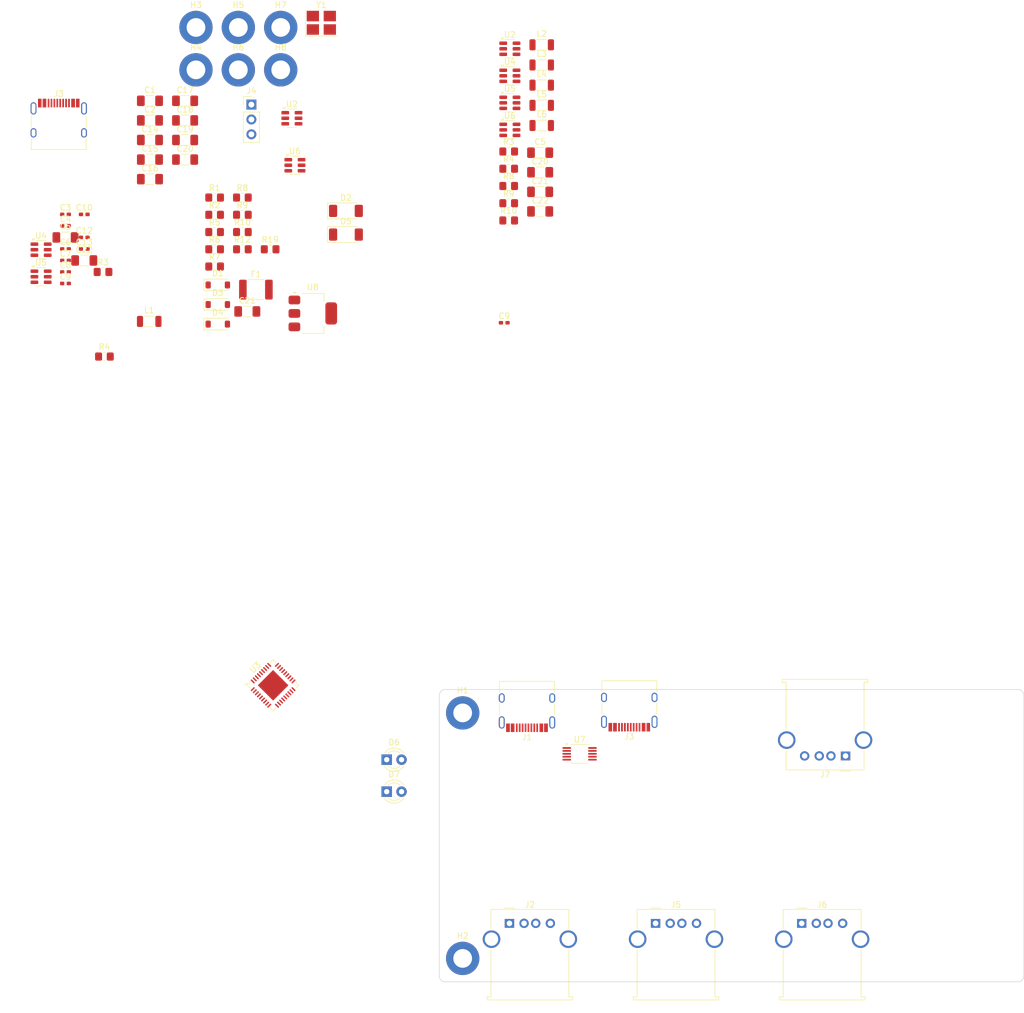
<source format=kicad_pcb>
(kicad_pcb (version 20241229) (generator "pcbnew") (generator_version "9.0")
  (layers (0 "F.Cu" signal) (4 "In1.Cu" signal) (6 "In2.Cu" signal) (2 "B.Cu" signal) (13 "F.Paste" user) (15 "B.Paste" user) (5 "F.SilkS" user "F.Silkscreen") (7 "B.SilkS" user "B.Silkscreen") (1 "F.Mask" user) (3 "B.Mask" user) (25 "Edge.Cuts" user))
  (net 0 "")
  (net 1 "GND")
  (net 2 "+3V3")
  (net 3 "VBUS")
  (net 4 "GNDPWR")
  (net 5 "D1+")
  (net 6 "D1-")
  (net 7 "D2+")
  (net 8 "D2-")
  (net 9 "Net-(U3-XTALIN{slash}CLKIN)")
  (net 10 "Net-(U3-XTALOUT)")
  (net 11 "Net-(J1-CC1)")
  (net 13 "Net-(J1-CC2)")
  (net 15 "Net-(U3-RBIAS)")
  (net 16 "Net-(U3-SUSP_IND{slash}LOCAL_PWR{slash}NON_REM0)")
  (net 17 "Net-(U3-HS_IND{slash}CFG_SEL1)")
  (net 25 "D4+")
  (net 26 "D4-")
  (net 27 "D3+")
  (net 28 "D3-")
  (net 35 "DUP+")
  (net 36 "DUP-")
  (net 37 "+5V")
  (net 38 "DUP1+")
  (net 39 "DUP1-")
  (net 40 "Net-(D2-A)")
  (net 41 "Net-(J1-SHIELD)")
  (net 42 "Net-(J2-D-)")
  (net 43 "Net-(J2-GND)")
  (net 44 "Net-(J2-D+)")
  (net 45 "Net-(J3-SHIELD)")
  (net 46 "DUP2+")
  (net 48 "DUP2-")
  (net 49 "Net-(J3-CC2)")
  (net 51 "Net-(J3-CC1)")
  (net 52 "Net-(D5-A)")
  (net 53 "Net-(J5-D-)")
  (net 54 "Net-(J5-GND)")
  (net 55 "Net-(J5-D+)")
  (net 56 "Net-(J6-D+)")
  (net 57 "Net-(J6-D-)")
  (net 58 "Net-(J6-GND)")
  (net 59 "Net-(J7-GND)")
  (net 60 "Net-(J7-D+)")
  (net 61 "Net-(J7-D-)")
  (net 62 "SELECT")
  (net 63 "Net-(D6-A)")
  (net 64 "Net-(D7-A)")
  (footprint "Resistor_SMD:R_0805_2012Metric_Pad1.20x1.40mm_HandSolder" (layer "F.Cu") (at -38.44 -72.365)
    (property "Reference" "R7" (at 0 -1.65 0) (layer "F.SilkS"))
    (property "Value" "56k")
    (pad "1" smd roundrect (at -1 0) (size 1.2 1.4) (layers "F.Cu" "F.Mask" "F.Paste") (roundrect_rratio 0.208333) (net 1 "GND"))
    (pad "2" smd roundrect (at 1 0) (size 1.2 1.4) (layers "F.Cu" "F.Mask" "F.Paste") (roundrect_rratio 0.208333) (net 17 "Net-(U3-HS_IND{slash}CFG_SEL1)"))
  )
  (footprint "Capacitor_SMD:C_0402_1005Metric_Pad0.74x0.62mm_HandSolder" (layer "F.Cu") (at -63.95 -71.435)
    (property "Reference" "C8" (at 0 -1.16 0) (layer "F.SilkS"))
    (property "Value" "100nF")
    (pad "1" smd roundrect (at -0.5675 0) (size 0.735 0.62) (layers "F.Cu" "F.Mask" "F.Paste") (net 2 "+3V3"))
    (pad "2" smd roundrect (at 0.5675 0) (size 0.735 0.62) (layers "F.Cu" "F.Mask" "F.Paste") (net 1 "GND"))
  )
  (footprint "Inductor_SMD:L_1206_3216Metric" (layer "F.Cu") (at 17.52 -103.395)
    (property "Reference" "L4" (at 0 -1.9 0) (layer "F.SilkS"))
    (property "Value" "60R@100MHz")
    (pad "1" smd roundrect (at -1.575 0) (size 1.05 1.9) (layers "F.Cu" "F.Mask" "F.Paste") (roundrect_rratio 0.238095) (net 54 "Net-(J5-GND)"))
    (pad "2" smd roundrect (at 1.575 0) (size 1.05 1.9) (layers "F.Cu" "F.Mask" "F.Paste") (roundrect_rratio 0.238095) (net 1 "GND"))
  )
  (footprint "Package_TO_SOT_SMD:SOT-23-6" (layer "F.Cu") (at -24.7 -89.695)
    (property "Reference" "U6" (at 0 -2.4 0) (layer "F.SilkS"))
    (property "Value" "USBLC6-2SC6")
    (pad "1" smd roundrect (at -1.1375 -0.95) (size 1.325 0.6) (layers "F.Cu" "F.Mask" "F.Paste") (net 60 "Net-(J7-D+)"))
    (pad "2" smd roundrect (at -1.1375 0) (size 1.325 0.6) (layers "F.Cu" "F.Mask" "F.Paste") (net 1 "GND"))
    (pad "3" smd roundrect (at -1.1375 0.95) (size 1.325 0.6) (layers "F.Cu" "F.Mask" "F.Paste") (net 61 "Net-(J7-D-)"))
    (pad "4" smd roundrect (at 1.1375 0.95) (size 1.325 0.6) (layers "F.Cu" "F.Mask" "F.Paste") (net 26 "D4-"))
    (pad "5" smd roundrect (at 1.1375 0) (size 1.325 0.6) (layers "F.Cu" "F.Mask" "F.Paste") (net 37 "+5V"))
    (pad "6" smd roundrect (at 1.1375 -0.95) (size 1.325 0.6) (layers "F.Cu" "F.Mask" "F.Paste") (net 25 "D4+"))
  )
  (footprint "Capacitor_SMD:C_1206_3216Metric_Pad1.33x1.80mm_HandSolder" (layer "F.Cu") (at -32.85 -64.685)
    (property "Reference" "C21" (at 0 -1.85 0) (layer "F.SilkS"))
    (property "Value" "10uF")
    (pad "1" smd roundrect (at -1.5625 0) (size 1.325 1.8) (layers "F.Cu" "F.Mask" "F.Paste") (roundrect_rratio 0.188679) (net 37 "+5V"))
    (pad "2" smd roundrect (at 1.5625 0) (size 1.325 1.8) (layers "F.Cu" "F.Mask" "F.Paste") (roundrect_rratio 0.188679) (net 1 "GND"))
  )
  (footprint "Resistor_SMD:R_0805_2012Metric_Pad1.20x1.40mm_HandSolder" (layer "F.Cu") (at 11.87 -86.145)
    (property "Reference" "R8" (at 0 -1.65 0) (layer "F.SilkS"))
    (property "Value" "12k")
    (pad "1" smd roundrect (at -1 0) (size 1.2 1.4) (layers "F.Cu" "F.Mask" "F.Paste") (roundrect_rratio 0.208333) (net 1 "GND"))
    (pad "2" smd roundrect (at 1 0) (size 1.2 1.4) (layers "F.Cu" "F.Mask" "F.Paste") (roundrect_rratio 0.208333) (net 62 "SELECT"))
  )
  (footprint "Capacitor_SMD:C_1206_3216Metric_Pad1.33x1.80mm_HandSolder" (layer "F.Cu") (at -43.49 -90.665)
    (property "Reference" "C20" (at 0 -1.85 0) (layer "F.SilkS"))
    (property "Value" "10uF")
    (pad "1" smd roundrect (at -1.5625 0) (size 1.325 1.8) (layers "F.Cu" "F.Mask" "F.Paste") (roundrect_rratio 0.188679) (net 37 "+5V"))
    (pad "2" smd roundrect (at 1.5625 0) (size 1.325 1.8) (layers "F.Cu" "F.Mask" "F.Paste") (roundrect_rratio 0.188679) (net 1 "GND"))
  )
  (footprint "MountingHole:MountingHole_3.2mm_M3_ISO7380_Pad" (layer "F.Cu") (at -41.63 -106.015)
    (property "Reference" "H4" (at 0 -3.85 0) (layer "F.SilkS"))
    (property "Value" "MountingHole_Pad")
    (pad "1" thru_hole circle (at 0 0) (size 5.7 5.7) (drill 3.2) (layers "*.Cu" "*.Mask") (net 4 "GNDPWR"))
  )
  (footprint "Capacitor_SMD:C_0402_1005Metric_Pad0.74x0.62mm_HandSolder" (layer "F.Cu") (at -63.95 -81.285)
    (property "Reference" "C3" (at 0 -1.16 0) (layer "F.SilkS"))
    (property "Value" "18pF")
    (pad "1" smd roundrect (at -0.5675 0) (size 0.735 0.62) (layers "F.Cu" "F.Mask" "F.Paste") (net 1 "GND"))
    (pad "2" smd roundrect (at 0.5675 0) (size 0.735 0.62) (layers "F.Cu" "F.Mask" "F.Paste") (net 9 "Net-(U3-XTALIN{slash}CLKIN)"))
  )
  (footprint "Diode_SMD:D_SOD-123" (layer "F.Cu") (at -37.895 -65.865)
    (property "Reference" "D3" (at 0 -2 0) (layer "F.SilkS"))
    (property "Value" "RB060M-60TR")
    (pad "1" smd roundrect (at -1.65 0) (size 0.9 1.2) (layers "F.Cu" "F.Mask" "F.Paste") (net 37 "+5V"))
    (pad "2" smd roundrect (at 1.65 0) (size 0.9 1.2) (layers "F.Cu" "F.Mask" "F.Paste") (net 1 "GND"))
  )
  (footprint "Diode_SMD:D_SOD-128" (layer "F.Cu") (at -15.971792 -77.835)
    (property "Reference" "D5" (at 0 -2.25 0) (layer "F.SilkS"))
    (property "Value" "D_Schottky")
    (pad "1" smd roundrect (at -2.2 0) (size 1.4 2.1) (layers "F.Cu" "F.Mask" "F.Paste") (roundrect_rratio 0.1785714286) (net 3 "VBUS"))
    (pad "2" smd roundrect (at 2.2 0) (size 1.4 2.1) (layers "F.Cu" "F.Mask" "F.Paste") (roundrect_rratio 0.1785714286) (net 52 "Net-(D5-A)"))
  )
  (footprint "MountingHole:MountingHole_3.2mm_M3_ISO7380_Pad" (layer "F.Cu") (at 4 4)
    (property "Reference" "H1" (at 0 -3.85 0) (layer "F.SilkS"))
    (property "Value" "MountingHole_Pad")
    (pad "1" thru_hole circle (at 0 0) (size 5.7 5.7) (drill 3.2) (layers "*.Cu" "*.Mask") (net 4 "GNDPWR"))
  )
  (footprint "Connector_USB:USB_A_Molex_67643_Horizontal" (layer "F.Cu") (at 69.5 11.36 180)
    (property "Reference" "J7" (at 3.5 -3.19 0) (layer "F.SilkS"))
    (property "Value" "USB_A")
    (pad "1" thru_hole rect (at 0 0 180) (size 1.6 1.5) (drill 0.95) (layers "*.Cu" "*.Mask") (net 37 "+5V"))
    (pad "2" thru_hole circle (at 2.5 0 180) (size 1.6 1.6) (drill 0.95) (layers "*.Cu" "*.Mask") (net 61 "Net-(J7-D-)"))
    (pad "3" thru_hole circle (at 4.5 0 180) (size 1.6 1.6) (drill 0.95) (layers "*.Cu" "*.Mask") (net 60 "Net-(J7-D+)"))
    (pad "4" thru_hole circle (at 7 0 180) (size 1.6 1.6) (drill 0.95) (layers "*.Cu" "*.Mask") (net 59 "Net-(J7-GND)"))
    (pad "5" thru_hole circle (at -3.07 2.71 180) (size 3 3) (drill 2.3) (layers "*.Cu" "*.Mask") (net 1 "GND"))
    (pad "5" thru_hole circle (at 10.07 2.71 180) (size 3 3) (drill 2.3) (layers "*.Cu" "*.Mask") (net 1 "GND"))
  )
  (footprint "Capacitor_SMD:C_1206_3216Metric_Pad1.33x1.80mm_HandSolder" (layer "F.Cu") (at 17.25 -81.795)
    (property "Reference" "C22" (at 0 -1.85 0) (layer "F.SilkS"))
    (property "Value" "10uF")
    (pad "1" smd roundrect (at -1.5625 0) (size 1.325 1.8) (layers "F.Cu" "F.Mask" "F.Paste") (roundrect_rratio 0.188679) (net 37 "+5V"))
    (pad "2" smd roundrect (at 1.5625 0) (size 1.325 1.8) (layers "F.Cu" "F.Mask" "F.Paste") (roundrect_rratio 0.188679) (net 1 "GND"))
  )
  (footprint "Capacitor_SMD:C_0402_1005Metric_Pad0.74x0.62mm_HandSolder" (layer "F.Cu") (at -60.74 -81.285)
    (property "Reference" "C10" (at 0 -1.16 0) (layer "F.SilkS"))
    (property "Value" "100nF")
    (pad "1" smd roundrect (at -0.5675 0) (size 0.735 0.62) (layers "F.Cu" "F.Mask" "F.Paste") (net 2 "+3V3"))
    (pad "2" smd roundrect (at 0.5675 0) (size 0.735 0.62) (layers "F.Cu" "F.Mask" "F.Paste") (net 1 "GND"))
  )
  (footprint "Capacitor_SMD:C_1206_3216Metric_Pad1.33x1.80mm_HandSolder" (layer "F.Cu") (at -63.95 -77.345)
    (property "Reference" "C5" (at 0 -1.85 0) (layer "F.SilkS"))
    (property "Value" "10uF")
    (pad "1" smd roundrect (at -1.5625 0) (size 1.325 1.8) (layers "F.Cu" "F.Mask" "F.Paste") (roundrect_rratio 0.188679) (net 2 "+3V3"))
    (pad "2" smd roundrect (at 1.5625 0) (size 1.325 1.8) (layers "F.Cu" "F.Mask" "F.Paste") (roundrect_rratio 0.188679) (net 1 "GND"))
  )
  (footprint "Package_TO_SOT_SMD:SOT-23-6" (layer "F.Cu") (at 12.07 -109.62)
    (property "Reference" "U2" (at 0 -2.4 0) (layer "F.SilkS"))
    (property "Value" "USBLC6-2SC6")
    (pad "1" smd roundrect (at -1.1375 -0.95) (size 1.325 0.6) (layers "F.Cu" "F.Mask" "F.Paste") (net 44 "Net-(J2-D+)"))
    (pad "2" smd roundrect (at -1.1375 0) (size 1.325 0.6) (layers "F.Cu" "F.Mask" "F.Paste") (net 1 "GND"))
    (pad "3" smd roundrect (at -1.1375 0.95) (size 1.325 0.6) (layers "F.Cu" "F.Mask" "F.Paste") (net 42 "Net-(J2-D-)"))
    (pad "4" smd roundrect (at 1.1375 0.95) (size 1.325 0.6) (layers "F.Cu" "F.Mask" "F.Paste") (net 6 "D1-"))
    (pad "5" smd roundrect (at 1.1375 0) (size 1.325 0.6) (layers "F.Cu" "F.Mask" "F.Paste") (net 37 "+5V"))
    (pad "6" smd roundrect (at 1.1375 -0.95) (size 1.325 0.6) (layers "F.Cu" "F.Mask" "F.Paste") (net 5 "D1+"))
  )
  (footprint "Connector_USB:USB_C_Receptacle_HRO_TYPE-C-31-M-12" (layer "F.Cu") (at 32.5 2.4 180)
    (property "Reference" "J3" (at 0 -5.645 0) (layer "F.SilkS"))
    (property "Value" "USB_C_Receptacle_USB2.0")
    (pad "" np_thru_hole circle (at -2.89 -2.6 180) (size 0.65 0.65) (drill 0.65) (layers "*.Cu" "*.Mask"))
    (pad "" np_thru_hole circle (at 2.89 -2.6 180) (size 0.65 0.65) (drill 0.65) (layers "*.Cu" "*.Mask"))
    (pad "A1" smd rect (at -3.25 -4.045 180) (size 0.6 1.45) (layers "F.Cu" "F.Mask" "F.Paste") (net 1 "GND"))
    (pad "A4" smd rect (at -2.45 -4.045 180) (size 0.6 1.45) (layers "F.Cu" "F.Mask" "F.Paste") (net 52 "Net-(D5-A)"))
    (pad "A5" smd rect (at -1.25 -4.045 180) (size 0.3 1.45) (layers "F.Cu" "F.Mask" "F.Paste") (net 51 "Net-(J3-CC1)"))
    (pad "A6" smd rect (at -0.25 -4.045 180) (size 0.3 1.45) (layers "F.Cu" "F.Mask" "F.Paste") (net 46 "DUP2+"))
    (pad "A7" smd rect (at 0.25 -4.045 180) (size 0.3 1.45) (layers "F.Cu" "F.Mask" "F.Paste") (net 48 "DUP2-"))
    (pad "A8" smd rect (at 1.25 -4.045 180) (size 0.3 1.45) (layers "F.Cu" "F.Mask" "F.Paste"))
    (pad "A9" smd rect (at 2.45 -4.045 180) (size 0.6 1.45) (layers "F.Cu" "F.Mask" "F.Paste") (net 52 "Net-(D5-A)"))
    (pad "A12" smd rect (at 3.25 -4.045 180) (size 0.6 1.45) (layers "F.Cu" "F.Mask" "F.Paste") (net 1 "GND"))
    (pad "B1" smd rect (at 3.25 -4.045 180) (size 0.6 1.45) (layers "F.Cu" "F.Mask" "F.Paste") (net 1 "GND"))
    (pad "B4" smd rect (at 2.45 -4.045 180) (size 0.6 1.45) (layers "F.Cu" "F.Mask" "F.Paste") (net 52 "Net-(D5-A)"))
    (pad "B5" smd rect (at 1.75 -4.045 180) (size 0.3 1.45) (layers "F.Cu" "F.Mask" "F.Paste") (net 49 "Net-(J3-CC2)"))
    (pad "B6" smd rect (at 0.75 -4.045 180) (size 0.3 1.45) (layers "F.Cu" "F.Mask" "F.Paste") (net 46 "DUP2+"))
    (pad "B7" smd rect (at -0.75 -4.045 180) (size 0.3 1.45) (layers "F.Cu" "F.Mask" "F.Paste") (net 48 "DUP2-"))
    (pad "B8" smd rect (at -1.75 -4.045 180) (size 0.3 1.45) (layers "F.Cu" "F.Mask" "F.Paste"))
    (pad "B9" smd rect (at -2.45 -4.045 180) (size 0.6 1.45) (layers "F.Cu" "F.Mask" "F.Paste") (net 52 "Net-(D5-A)"))
    (pad "B12" smd rect (at -3.25 -4.045 180) (size 0.6 1.45) (layers "F.Cu" "F.Mask" "F.Paste") (net 1 "GND"))
    (pad "S1" thru_hole oval (at -4.32 -3.13 180) (size 1 2.1) (drill oval 0.6 1.7) (property pad_prop_heatsink) (layers "*.Cu" "*.Mask") (net 45 "Net-(J3-SHIELD)"))
    (pad "S1" thru_hole oval (at -4.32 1.05 180) (size 1 1.6) (drill oval 0.6 1.2) (property pad_prop_heatsink) (layers "*.Cu" "*.Mask") (net 45 "Net-(J3-SHIELD)"))
    (pad "S1" thru_hole oval (at 4.32 -3.13 180) (size 1 2.1) (drill oval 0.6 1.7) (property pad_prop_heatsink) (layers "*.Cu" "*.Mask") (net 45 "Net-(J3-SHIELD)"))
    (pad "S1" thru_hole oval (at 4.32 1.05 180) (size 1 1.6) (drill oval 0.6 1.2) (property pad_prop_heatsink) (layers "*.Cu" "*.Mask") (net 45 "Net-(J3-SHIELD)"))
  )
  (footprint "Capacitor_SMD:C_1206_3216Metric_Pad1.33x1.80mm_HandSolder" (layer "F.Cu") (at -49.5 -100.715)
    (property "Reference" "C1" (at 0 -1.85 0) (layer "F.SilkS"))
    (property "Value" "10uF")
    (pad "1" smd roundrect (at -1.5625 0) (size 1.325 1.8) (layers "F.Cu" "F.Mask" "F.Paste") (roundrect_rratio 0.188679) (net 2 "+3V3"))
    (pad "2" smd roundrect (at 1.5625 0) (size 1.325 1.8) (layers "F.Cu" "F.Mask" "F.Paste") (roundrect_rratio 0.188679) (net 1 "GND"))
  )
  (footprint "Crystal:Crystal_SMD_3225-4Pin_3.2x2.5mm_HandSoldering" (layer "F.Cu") (at -20.18 -114.065)
    (property "Reference" "Y1" (at 0 -3.05 0) (layer "F.SilkS"))
    (property "Value" "24MHz")
    (pad "1" smd rect (at -1.45 1.15) (size 2.1 1.8) (layers "F.Cu" "F.Mask" "F.Paste") (net 9 "Net-(U3-XTALIN{slash}CLKIN)"))
    (pad "2" smd rect (at 1.45 1.15) (size 2.1 1.8) (layers "F.Cu" "F.Mask" "F.Paste") (net 1 "GND"))
    (pad "3" smd rect (at 1.45 -1.15) (size 2.1 1.8) (layers "F.Cu" "F.Mask" "F.Paste") (net 10 "Net-(U3-XTALOUT)"))
    (pad "4" smd rect (at -1.45 -1.15) (size 2.1 1.8) (layers "F.Cu" "F.Mask" "F.Paste") (net 1 "GND"))
  )
  (footprint "Inductor_SMD:L_1206_3216Metric" (layer "F.Cu") (at 17.52 -110.295)
    (property "Reference" "L2" (at 0 -1.9 0) (layer "F.SilkS"))
    (property "Value" "60R@100MHz")
    (pad "1" smd roundrect (at -1.575 0) (size 1.05 1.9) (layers "F.Cu" "F.Mask" "F.Paste") (roundrect_rratio 0.238095) (net 43 "Net-(J2-GND)"))
    (pad "2" smd roundrect (at 1.575 0) (size 1.05 1.9) (layers "F.Cu" "F.Mask" "F.Paste") (roundrect_rratio 0.238095) (net 1 "GND"))
  )
  (footprint "Resistor_SMD:R_0805_2012Metric_Pad1.20x1.40mm_HandSolder" (layer "F.Cu") (at -38.44 -75.315)
    (property "Reference" "R6" (at 0 -1.65 0) (layer "F.SilkS"))
    (property "Value" "56k")
    (pad "1" smd roundrect (at -1 0) (size 1.2 1.4) (layers "F.Cu" "F.Mask" "F.Paste") (roundrect_rratio 0.208333) (net 1 "GND"))
    (pad "2" smd roundrect (at 1 0) (size 1.2 1.4) (layers "F.Cu" "F.Mask" "F.Paste") (roundrect_rratio 0.208333) (net 16 "Net-(U3-SUSP_IND{slash}LOCAL_PWR{slash}NON_REM0)"))
  )
  (footprint "MountingHole:MountingHole_3.2mm_M3_ISO7380_Pad" (layer "F.Cu") (at -27.13 -106.015)
    (property "Reference" "H8" (at 0 -3.85 0) (layer "F.SilkS"))
    (property "Value" "MountingHole_Pad")
    (pad "1" thru_hole circle (at 0 0) (size 5.7 5.7) (drill 3.2) (layers "*.Cu" "*.Mask") (net 4 "GNDPWR"))
  )
  (footprint "Resistor_SMD:R_0805_2012Metric_Pad1.20x1.40mm_HandSolder" (layer "F.Cu") (at 11.87 -80.245)
    (property "Reference" "R10" (at 0 -1.65 0) (layer "F.SilkS"))
    (property "Value" "12k")
    (pad "1" smd roundrect (at -1 0) (size 1.2 1.4) (layers "F.Cu" "F.Mask" "F.Paste") (roundrect_rratio 0.208333) (net 64 "Net-(D7-A)"))
    (pad "2" smd roundrect (at 1 0) (size 1.2 1.4) (layers "F.Cu" "F.Mask" "F.Paste") (roundrect_rratio 0.208333) (net 2 "+3V3"))
  )
  (footprint "MountingHole:MountingHole_3.2mm_M3_ISO7380_Pad" (layer "F.Cu") (at -34.38 -113.265)
    (property "Reference" "H5" (at 0 -3.85 0) (layer "F.SilkS"))
    (property "Value" "MountingHole_Pad")
    (pad "1" thru_hole circle (at 0 0) (size 5.7 5.7) (drill 3.2) (layers "*.Cu" "*.Mask") (net 4 "GNDPWR"))
  )
  (footprint "Resistor_SMD:R_0805_2012Metric_Pad1.20x1.40mm_HandSolder" (layer "F.Cu") (at 11.87 -92.045)
    (property "Reference" "R3" (at 0 -1.65 0) (layer "F.SilkS"))
    (property "Value" "5.1k")
    (pad "1" smd roundrect (at -1 0) (size 1.2 1.4) (layers "F.Cu" "F.Mask" "F.Paste") (roundrect_rratio 0.208333) (net 51 "Net-(J3-CC1)"))
    (pad "2" smd roundrect (at 1 0) (size 1.2 1.4) (layers "F.Cu" "F.Mask" "F.Paste") (roundrect_rratio 0.208333) (net 1 "GND"))
  )
  (footprint "Diode_SMD:D_SOD-123" (layer "F.Cu") (at -37.895 -62.515)
    (property "Reference" "D4" (at 0 -2 0) (layer "F.SilkS"))
    (property "Value" "RB060M-60TR")
    (pad "1" smd roundrect (at -1.65 0) (size 0.9 1.2) (layers "F.Cu" "F.Mask" "F.Paste") (net 37 "+5V"))
    (pad "2" smd roundrect (at 1.65 0) (size 0.9 1.2) (layers "F.Cu" "F.Mask" "F.Paste") (net 2 "+3V3"))
  )
  (footprint "Package_TO_SOT_SMD:SOT-23-6" (layer "F.Cu") (at 12.07 -100.37)
    (property "Reference" "U5" (at 0 -2.4 0) (layer "F.SilkS"))
    (property "Value" "USBLC6-2SC6")
    (pad "1" smd roundrect (at -1.1375 -0.95) (size 1.325 0.6) (layers "F.Cu" "F.Mask" "F.Paste") (net 56 "Net-(J6-D+)"))
    (pad "2" smd roundrect (at -1.1375 0) (size 1.325 0.6) (layers "F.Cu" "F.Mask" "F.Paste") (net 1 "GND"))
    (pad "3" smd roundrect (at -1.1375 0.95) (size 1.325 0.6) (layers "F.Cu" "F.Mask" "F.Paste") (net 57 "Net-(J6-D-)"))
    (pad "4" smd roundrect (at 1.1375 0.95) (size 1.325 0.6) (layers "F.Cu" "F.Mask" "F.Paste") (net 28 "D3-"))
    (pad "5" smd roundrect (at 1.1375 0) (size 1.325 0.6) (layers "F.Cu" "F.Mask" "F.Paste") (net 37 "+5V"))
    (pad "6" smd roundrect (at 1.1375 -0.95) (size 1.325 0.6) (layers "F.Cu" "F.Mask" "F.Paste") (net 27 "D3+"))
  )
  (footprint "Package_TO_SOT_SMD:SOT-23-6" (layer "F.Cu") (at -25.22 -97.735)
    (property "Reference" "U2" (at 0 -2.4 0) (layer "F.SilkS"))
    (property "Value" "USBLC6-2SC6")
    (pad "1" smd roundrect (at -1.1375 -0.95) (size 1.325 0.6) (layers "F.Cu" "F.Mask" "F.Paste") (net 44 "Net-(J2-D+)"))
    (pad "2" smd roundrect (at -1.1375 0) (size 1.325 0.6) (layers "F.Cu" "F.Mask" "F.Paste") (net 1 "GND"))
    (pad "3" smd roundrect (at -1.1375 0.95) (size 1.325 0.6) (layers "F.Cu" "F.Mask" "F.Paste") (net 42 "Net-(J2-D-)"))
    (pad "4" smd roundrect (at 1.1375 0.95) (size 1.325 0.6) (layers "F.Cu" "F.Mask" "F.Paste") (net 6 "D1-"))
    (pad "5" smd roundrect (at 1.1375 0) (size 1.325 0.6) (layers "F.Cu" "F.Mask" "F.Paste") (net 37 "+5V"))
    (pad "6" smd roundrect (at 1.1375 -0.95) (size 1.325 0.6) (layers "F.Cu" "F.Mask" "F.Paste") (net 5 "D1+"))
  )
  (footprint "Connector_USB:USB_C_Receptacle_HRO_TYPE-C-31-M-12" (layer "F.Cu") (at 15 2.5 180)
    (property "Reference" "J1" (at 0 -5.645 0) (layer "F.SilkS"))
    (property "Value" "USB_C_Receptacle_USB2.0")
    (pad "" np_thru_hole circle (at -2.89 -2.6 180) (size 0.65 0.65) (drill 0.65) (layers "*.Cu" "*.Mask"))
    (pad "" np_thru_hole circle (at 2.89 -2.6 180) (size 0.65 0.65) (drill 0.65) (layers "*.Cu" "*.Mask"))
    (pad "A1" smd rect (at -3.25 -4.045 180) (size 0.6 1.45) (layers "F.Cu" "F.Mask" "F.Paste") (net 1 "GND"))
    (pad "A4" smd rect (at -2.45 -4.045 180) (size 0.6 1.45) (layers "F.Cu" "F.Mask" "F.Paste") (net 40 "Net-(D2-A)"))
    (pad "A5" smd rect (at -1.25 -4.045 180) (size 0.3 1.45) (layers "F.Cu" "F.Mask" "F.Paste") (net 11 "Net-(J1-CC1)"))
    (pad "A6" smd rect (at -0.25 -4.045 180) (size 0.3 1.45) (layers "F.Cu" "F.Mask" "F.Paste") (net 38 "DUP1+"))
    (pad "A7" smd rect (at 0.25 -4.045 180) (size 0.3 1.45) (layers "F.Cu" "F.Mask" "F.Paste") (net 39 "DUP1-"))
    (pad "A8" smd rect (at 1.25 -4.045 180) (size 0.3 1.45) (layers "F.Cu" "F.Mask" "F.Paste"))
    (pad "A9" smd rect (at 2.45 -4.045 180) (size 0.6 1.45) (layers "F.Cu" "F.Mask" "F.Paste") (net 40 "Net-(D2-A)"))
    (pad "A12" smd rect (at 3.25 -4.045 180) (size 0.6 1.45) (layers "F.Cu" "F.Mask" "F.Paste") (net 1 "GND"))
    (pad "B1" smd rect (at 3.25 -4.045 180) (size 0.6 1.45) (layers "F.Cu" "F.Mask" "F.Paste") (net 1 "GND"))
    (pad "B4" smd rect (at 2.45 -4.045 180) (size 0.6 1.45) (layers "F.Cu" "F.Mask" "F.Paste") (net 40 "Net-(D2-A)"))
    (pad "B5" smd rect (at 1.75 -4.045 180) (size 0.3 1.45) (layers "F.Cu" "F.Mask" "F.Paste") (net 13 "Net-(J1-CC2)"))
    (pad "B6" smd rect (at 0.75 -4.045 180) (size 0.3 1.45) (layers "F.Cu" "F.Mask" "F.Paste") (net 38 "DUP1+"))
    (pad "B7" smd rect (at -0.75 -4.045 180) (size 0.3 1.45) (layers "F.Cu" "F.Mask" "F.Paste") (net 39 "DUP1-"))
    (pad "B8" smd rect (at -1.75 -4.045 180) (size 0.3 1.45) (layers "F.Cu" "F.Mask" "F.Paste"))
    (pad "B9" smd rect (at -2.45 -4.045 180) (size 0.6 1.45) (layers "F.Cu" "F.Mask" "F.Paste") (net 40 "Net-(D2-A)"))
    (pad "B12" smd rect (at -3.25 -4.045 180) (size 0.6 1.45) (layers "F.Cu" "F.Mask" "F.Paste") (net 1 "GND"))
    (pad "S1" thru_hole oval (at -4.32 -3.13 180) (size 1 2.1) (drill oval 0.6 1.7) (layers "*.Cu" "*.Mask") (net 41 "Net-(J1-SHIELD)"))
    (pad "S1" thru_hole oval (at -4.32 1.05 180) (size 1 1.6) (drill oval 0.6 1.2) (layers "*.Cu" "*.Mask") (net 41 "Net-(J1-SHIELD)"))
    (pad "S1" thru_hole oval (at 4.32 -3.13 180) (size 1 2.1) (drill oval 0.6 1.7) (layers "*.Cu" "*.Mask") (net 41 "Net-(J1-SHIELD)"))
    (pad "S1" thru_hole oval (at 4.32 1.05 180) (size 1 1.6) (drill oval 0.6 1.2) (layers "*.Cu" "*.Mask") (net 41 "Net-(J1-SHIELD)"))
  )
  (footprint "Capacitor_SMD:C_1206_3216Metric_Pad1.33x1.80mm_HandSolder" (layer "F.Cu") (at 17.25 -91.845)
    (property "Reference" "C5" (at 0 -1.85 0) (layer "F.SilkS"))
    (property "Value" "10uF")
    (pad "1" smd roundrect (at -1.5625 0) (size 1.325 1.8) (layers "F.Cu" "F.Mask" "F.Paste") (roundrect_rratio 0.188679) (net 2 "+3V3"))
    (pad "2" smd roundrect (at 1.5625 0) (size 1.325 1.8) (layers "F.Cu" "F.Mask" "F.Paste") (roundrect_rratio 0.188679) (net 1 "GND"))
  )
  (footprint "Capacitor_SMD:C_1206_3216Metric_Pad1.33x1.80mm_HandSolder" (layer "F.Cu") (at -49.5 -90.665)
    (property "Reference" "C15" (at 0 -1.85 0) (layer "F.SilkS"))
    (property "Value" "10uF")
    (pad "1" smd roundrect (at -1.5625 0) (size 1.325 1.8) (layers "F.Cu" "F.Mask" "F.Paste") (roundrect_rratio 0.188679) (net 2 "+3V3"))
    (pad "2" smd roundrect (at 1.5625 0) (size 1.325 1.8) (layers "F.Cu" "F.Mask" "F.Paste") (roundrect_rratio 0.188679) (net 1 "GND"))
  )
  (footprint "Package_TO_SOT_SMD:SOT-23-6" (layer "F.Cu") (at 12.07 -104.995)
    (property "Reference" "U4" (at 0 -2.4 0) (layer "F.SilkS"))
    (property "Value" "USBLC6-2SC6")
    (pad "1" smd roundrect (at -1.1375 -0.95) (size 1.325 0.6) (layers "F.Cu" "F.Mask" "F.Paste") (net 55 "Net-(J5-D+)"))
    (pad "2" smd roundrect (at -1.1375 0) (size 1.325 0.6) (layers "F.Cu" "F.Mask" "F.Paste") (net 1 "GND"))
    (pad "3" smd roundrect (at -1.1375 0.95) (size 1.325 0.6) (layers "F.Cu" "F.Mask" "F.Paste") (net 53 "Net-(J5-D-)"))
    (pad "4" smd roundrect (at 1.1375 0.95) (size 1.325 0.6) (layers "F.Cu" "F.Mask" "F.Paste") (net 8 "D2-"))
    (pad "5" smd roundrect (at 1.1375 0) (size 1.325 0.6) (layers "F.Cu" "F.Mask" "F.Paste") (net 37 "+5V"))
    (pad "6" smd roundrect (at 1.1375 -0.95) (size 1.325 0.6) (layers "F.Cu" "F.Mask" "F.Paste") (net 7 "D2+"))
  )
  (footprint "Capacitor_SMD:C_1206_3216Metric_Pad1.33x1.80mm_HandSolder" (layer "F.Cu") (at -60.74 -73.405)
    (property "Reference" "C22" (at 0 -1.85 0) (layer "F.SilkS"))
    (property "Value" "10uF")
    (pad "1" smd roundrect (at -1.5625 0) (size 1.325 1.8) (layers "F.Cu" "F.Mask" "F.Paste") (roundrect_rratio 0.188679) (net 37 "+5V"))
    (pad "2" smd roundrect (at 1.5625 0) (size 1.325 1.8) (layers "F.Cu" "F.Mask" "F.Paste") (roundrect_rratio 0.188679) (net 1 "GND"))
  )
  (footprint "Capacitor_SMD:C_0402_1005Metric_Pad0.74x0.62mm_HandSolder" (layer "F.Cu") (at -60.74 -75.375)
    (property "Reference" "C13" (at 0 -1.16 0) (layer "F.SilkS"))
    (property "Value" "100nF")
    (pad "1" smd roundrect (at -0.5675 0) (size 0.735 0.62) (layers "F.Cu" "F.Mask" "F.Paste") (net 2 "+3V3"))
    (pad "2" smd roundrect (at 0.5675 0) (size 0.735 0.62) (layers "F.Cu" "F.Mask" "F.Paste") (net 1 "GND"))
  )
  (footprint "Resistor_SMD:R_0805_2012Metric_Pad1.20x1.40mm_HandSolder" (layer "F.Cu") (at -33.69 -75.315)
    (property "Reference" "R12" (at 0 -1.65 0) (layer "F.SilkS"))
    (property "Value" "100k")
    (pad "1" smd roundrect (at -1 0) (size 1.2 1.4) (layers "F.Cu" "F.Mask" "F.Paste") (roundrect_rratio 0.208333) (net 1 "GND"))
    (pad "2" smd roundrect (at 1 0) (size 1.2 1.4) (layers "F.Cu" "F.Mask" "F.Paste") (roundrect_rratio 0.208333) (net 37 "+5V"))
  )
  (footprint "Capacitor_SMD:C_0402_1005Metric_Pad0.74x0.62mm_HandSolder" (layer "F.Cu") (at -63.95 -75.375)
    (property "Reference" "C6" (at 0 -1.16 0) (layer "F.SilkS"))
    (property "Value" "100nF")
    (pad "1" smd roundrect (at -0.5675 0) (size 0.735 0.62) (layers "F.Cu" "F.Mask" "F.Paste") (net 2 "+3V3"))
    (pad "2" smd roundrect (at 0.5675 0) (size 0.735 0.62) (layers "F.Cu" "F.Mask" "F.Paste") (net 1 "GND"))
  )
  (footprint "Resistor_SMD:R_0805_2012Metric_Pad1.20x1.40mm_HandSolder" (layer "F.Cu") (at -57.53 -71.435)
    (property "Reference" "R3" (at 0 -1.65 0) (layer "F.SilkS"))
    (property "Value" "5.1k")
    (pad "1" smd roundrect (at -1 0) (size 1.2 1.4) (layers "F.Cu" "F.Mask" "F.Paste") (roundrect_rratio 0.208333) (net 51 "Net-(J3-CC1)"))
    (pad "2" smd roundrect (at 1 0) (size 1.2 1.4) (layers "F.Cu" "F.Mask" "F.Paste") (roundrect_rratio 0.208333) (net 1 "GND"))
  )
  (footprint "Capacitor_SMD:C_0402_1005Metric_Pad0.74x0.62mm_HandSolder" (layer "F.Cu") (at -63.95 -73.405)
    (property "Reference" "C7" (at 0 -1.16 0) (layer "F.SilkS"))
    (property "Value" "100nF")
    (pad "1" smd roundrect (at -0.5675 0) (size 0.735 0.62) (layers "F.Cu" "F.Mask" "F.Paste") (net 2 "+3V3"))
    (pad "2" smd roundrect (at 0.5675 0) (size 0.735 0.62) (layers "F.Cu" "F.Mask" "F.Paste") (net 1 "GND"))
  )
  (footprint "Diode_SMD:D_SOD-128" (layer "F.Cu") (at -15.971792 -81.885)
    (property "Reference" "D2" (at 0 -2.25 0) (layer "F.SilkS"))
    (property "Value" "D_Schottky")
    (pad "1" smd roundrect (at -2.2 0) (size 1.4 2.1) (layers "F.Cu" "F.Mask" "F.Paste") (roundrect_rratio 0.1785714286) (net 3 "VBUS"))
    (pad "2" smd roundrect (at 2.2 0) (size 1.4 2.1) (layers "F.Cu" "F.Mask" "F.Paste") (roundrect_rratio 0.1785714286) (net 40 "Net-(D2-A)"))
  )
  (footprint "MountingHole:MountingHole_3.2mm_M3_ISO7380_Pad" (layer "F.Cu") (at -34.38 -106.015)
    (property "Reference" "H6" (at 0 -3.85 0) (layer "F.SilkS"))
    (property "Value" "MountingHole_Pad")
    (pad "1" thru_hole circle (at 0 0) (size 5.7 5.7) (drill 3.2) (layers "*.Cu" "*.Mask") (net 4 "GNDPWR"))
  )
  (footprint "Capacitor_SMD:C_0402_1005Metric_Pad0.74x0.62mm_HandSolder" (layer "F.Cu") (at -63.95 -79.315)
    (property "Reference" "C4" (at 0 -1.16 0) (layer "F.SilkS"))
    (property "Value" "18pF")
    (pad "1" smd roundrect (at -0.5675 0) (size 0.735 0.62) (layers "F.Cu" "F.Mask" "F.Paste") (net 1 "GND"))
    (pad "2" smd roundrect (at 0.5675 0) (size 0.735 0.62) (layers "F.Cu" "F.Mask" "F.Paste") (net 10 "Net-(U3-XTALOUT)"))
  )
  (footprint "Capacitor_SMD:C_1206_3216Metric_Pad1.33x1.80mm_HandSolder" (layer "F.Cu") (at 17.25 -88.495)
    (property "Reference" "C20" (at 0 -1.85 0) (layer "F.SilkS"))
    (property "Value" "10uF")
    (pad "1" smd roundrect (at -1.5625 0) (size 1.325 1.8) (layers "F.Cu" "F.Mask" "F.Paste") (roundrect_rratio 0.188679) (net 37 "+5V"))
    (pad "2" smd roundrect (at 1.5625 0) (size 1.325 1.8) (layers "F.Cu" "F.Mask" "F.Paste") (roundrect_rratio 0.188679) (net 1 "GND"))
  )
  (footprint "Package_DFN_QFN:QFN-36-1EP_6x6mm_P0.5mm_EP3.7x3.7mm" (layer "F.Cu") (at -28.43068 -0.723573 45)
    (property "Reference" "U3" (at 0 -4.3 45) (layer "F.SilkS"))
    (property "Value" "USB2514B_Bi")
    (pad "1" smd roundrect (at -2.9375 -2 45) (size 0.825 0.25) (layers "F.Cu" "F.Mask" "F.Paste") (net 6 "D1-"))
    (pad "2" smd roundrect (at -2.9375 -1.5 45) (size 0.825 0.25) (layers "F.Cu" "F.Mask" "F.Paste") (net 5 "D1+"))
    (pad "3" smd roundrect (at -2.9375 -1 45) (size 0.825 0.25) (layers "F.Cu" "F.Mask" "F.Paste") (net 8 "D2-"))
    (pad "4" smd roundrect (at -2.9375 -0.5 45) (size 0.825 0.25) (layers "F.Cu" "F.Mask" "F.Paste") (net 7 "D2+"))
    (pad "5" smd roundrect (at -2.9375 0 45) (size 0.825 0.25) (layers "F.Cu" "F.Mask" "F.Paste") (net 2 "+3V3"))
    (pad "6" smd roundrect (at -2.9375 0.5 45) (size 0.825 0.25) (layers "F.Cu" "F.Mask" "F.Paste") (net 28 "D3-"))
    (pad "7" smd roundrect (at -2.9375 1 45) (size 0.825 0.25) (layers "F.Cu" "F.Mask" "F.Paste") (net 27 "D3+"))
    (pad "8" smd roundrect (at -2.9375 1.5 45) (size 0.825 0.25) (layers "F.Cu" "F.Mask" "F.Paste") (net 26 "D4-"))
    (pad "9" smd roundrect (at -2.9375 2 45) (size 0.825 0.25) (layers "F.Cu" "F.Mask" "F.Paste") (net 25 "D4+"))
    (pad "10" smd roundrect (at -2 2.9375 45) (size 0.25 0.825) (layers "F.Cu" "F.Mask" "F.Paste") (net 2 "+3V3"))
    (pad "11" smd roundrect (at -1.5 2.9375 45) (size 0.25 0.825) (layers "F.Cu" "F.Mask" "F.Paste"))
    (pad "12" smd roundrect (at -1 2.9375 45) (size 0.25 0.825) (layers "F.Cu" "F.Mask" "F.Paste"))
    (pad "13" smd roundrect (at -0.5 2.9375 45) (size 0.25 0.825) (layers "F.Cu" "F.Mask" "F.Paste"))
    (pad "14" smd roundrect (at 0 2.9375 45) (size 0.25 0.825) (layers "F.Cu" "F.Mask" "F.Paste"))
    (pad "15" smd roundrect (at 0.5 2.9375 45) (size 0.25 0.825) (layers "F.Cu" "F.Mask" "F.Paste") (net 2 "+3V3"))
    (pad "16" smd roundrect (at 1 2.9375 45) (size 0.25 0.825) (layers "F.Cu" "F.Mask" "F.Paste"))
    (pad "17" smd roundrect (at 1.5 2.9375 45) (size 0.25 0.825) (layers "F.Cu" "F.Mask" "F.Paste"))
    (pad "18" smd roundrect (at 2 2.9375 45) (size 0.25 0.825) (layers "F.Cu" "F.Mask" "F.Paste"))
    (pad "19" smd roundrect (at 2.9375 2 45) (size 0.825 0.25) (layers "F.Cu" "F.Mask" "F.Paste"))
    (pad "20" smd roundrect (at 2.9375 1.5 45) (size 0.825 0.25) (layers "F.Cu" "F.Mask" "F.Paste"))
    (pad "21" smd roundrect (at 2.9375 1 45) (size 0.825 0.25) (layers "F.Cu" "F.Mask" "F.Paste"))
    (pad "22" smd roundrect (at 2.9375 0.5 45) (size 0.825 0.25) (layers "F.Cu" "F.Mask" "F.Paste"))
    (pad "23" smd roundrect (at 2.9375 0 45) (size 0.825 0.25) (layers "F.Cu" "F.Mask" "F.Paste") (net 2 "+3V3"))
    (pad "24" smd roundrect (at 2.9375 -0.5 45) (size 0.825 0.25) (layers "F.Cu" "F.Mask" "F.Paste"))
    (pad "25" smd roundrect (at 2.9375 -1 45) (size 0.825 0.25) (layers "F.Cu" "F.Mask" "F.Paste") (net 17 "Net-(U3-HS_IND{slash}CFG_SEL1)"))
    (pad "26" smd roundrect (at 2.9375 -1.5 45) (size 0.825 0.25) (layers "F.Cu" "F.Mask" "F.Paste") (net 2 "+3V3"))
    (pad "27" smd roundrect (at 2.9375 -2 45) (size 0.825 0.25) (layers "F.Cu" "F.Mask" "F.Paste") (net 2 "+3V3"))
    (pad "28" smd roundrect (at 2 -2.9375 45) (size 0.25 0.825) (layers "F.Cu" "F.Mask" "F.Paste") (net 16 "Net-(U3-SUSP_IND{slash}LOCAL_PWR{slash}NON_REM0)"))
    (pad "29" smd roundrect (at 1.5 -2.9375 45) (size 0.25 0.825) (layers "F.Cu" "F.Mask" "F.Paste") (net 2 "+3V3"))
    (pad "30" smd roundrect (at 1 -2.9375 45) (size 0.25 0.825) (layers "F.Cu" "F.Mask" "F.Paste") (net 36 "DUP-"))
    (pad "31" smd roundrect (at 0.5 -2.9375 45) (size 0.25 0.825) (layers "F.Cu" "F.Mask" "F.Paste") (net 35 "DUP+"))
    (pad "32" smd roundrect (at 0 -2.9375 45) (size 0.25 0.825) (layers "F.Cu" "F.Mask" "F.Paste") (net 10 "Net-(U3-XTALOUT)"))
    (pad "33" smd roundrect (at -0.5 -2.9375 45) (size 0.25 0.825) (layers "F.Cu" "F.Mask" "F.Paste") (net 9 "Net-(U3-XTALIN{slash}CLKIN)"))
    (pad "34" smd roundrect (at -1 -2.9375 45) (size 0.25 0.825) (layers "F.Cu" "F.Mask" "F.Paste"))
    (pad "35" smd roundrect (at -1.5 -2.9375 45) (size 0.25 0.825) (layers "F.Cu" "F.Mask" "F.Paste") (net 15 "Net-(U3-RBIAS)"))
    (pad "36" smd roundrect (at -2 -2.9375 45) (size 0.25 0.825) (layers "F.Cu" "F.Mask" "F.Paste") (net 2 "+3V3"))
    (pad "37" smd rect (at 0 0 45) (size 3.7 3.7) (property pad_prop_heatsink) (layers "F.Cu" "F.Mask") (net 1 "GND"))
  )
  (footprint "Package_TO_SOT_SMD:SOT-23-6" (layer "F.Cu") (at -68.13 -70.62)
    (property "Reference" "U5" (at 0 -2.4 0) (layer "F.SilkS"))
    (property "Value" "USBLC6-2SC6")
    (pad "1" smd roundrect (at -1.1375 -0.95) (size 1.325 0.6) (layers "F.Cu" "F.Mask" "F.Paste") (net 56 "Net-(J6-D+)"))
    (pad "2" smd roundrect (at -1.1375 0) (size 1.325 0.6) (layers "F.Cu" "F.Mask" "F.Paste") (net 1 "GND"))
    (pad "3" smd roundrect (at -1.1375 0.95) (size 1.325 0.6) (layers "F.Cu" "F.Mask" "F.Paste") (net 57 "Net-(J6-D-)"))
    (pad "4" smd roundrect (at 1.1375 0.95) (size 1.325 0.6) (layers "F.Cu" "F.Mask" "F.Paste") (net 28 "D3-"))
    (pad "5" smd roundrect (at 1.1375 0) (size 1.325 0.6) (layers "F.Cu" "F.Mask" "F.Paste") (net 37 "+5V"))
    (pad "6" smd roundrect (at 1.1375 -0.95) (size 1.325 0.6) (layers "F.Cu" "F.Mask" "F.Paste") (net 27 "D3+"))
  )
  (footprint "Resistor_SMD:R_0805_2012Metric_Pad1.20x1.40mm_HandSolder" (layer "F.Cu") (at -33.69 -81.215)
    (property "Reference" "R9" (at 0 -1.65 0) (layer "F.SilkS"))
    (property "Value" "12k")
    (pad "1" smd roundrect (at -1 0) (size 1.2 1.4) (layers "F.Cu" "F.Mask" "F.Paste") (roundrect_rratio 0.208333) (net 63 "Net-(D6-A)"))
    (pad "2" smd roundrect (at 1 0) (size 1.2 1.4) (layers "F.Cu" "F.Mask" "F.Paste") (roundrect_rratio 0.208333) (net 62 "SELECT"))
  )
  (footprint "Package_TO_SOT_SMD:SOT-23-6" (layer "F.Cu") (at -68.13 -75.245)
    (property "Reference" "U4" (at 0 -2.4 0) (layer "F.SilkS"))
    (property "Value" "USBLC6-2SC6")
    (pad "1" smd roundrect (at -1.1375 -0.95) (size 1.325 0.6) (layers "F.Cu" "F.Mask" "F.Paste") (net 55 "Net-(J5-D+)"))
    (pad "2" smd roundrect (at -1.1375 0) (size 1.325 0.6) (layers "F.Cu" "F.Mask" "F.Paste") (net 1 "GND"))
    (pad "3" smd roundrect (at -1.1375 0.95) (size 1.325 0.6) (layers "F.Cu" "F.Mask" "F.Paste") (net 53 "Net-(J5-D-)"))
    (pad "4" smd roundrect (at 1.1375 0.95) (size 1.325 0.6) (layers "F.Cu" "F.Mask" "F.Paste") (net 8 "D2-"))
    (pad "5" smd roundrect (at 1.1375 0) (size 1.325 0.6) (layers "F.Cu" "F.Mask" "F.Paste") (net 37 "+5V"))
    (pad "6" smd roundrect (at 1.1375 -0.95) (size 1.325 0.6) (layers "F.Cu" "F.Mask" "F.Paste") (net 7 "D2+"))
  )
  (footprint "Package_TO_SOT_SMD:SOT-223-3_TabPin2" (layer "F.Cu") (at -21.64 -64.34)
    (property "Reference" "U8" (at 0 -4.5 0) (layer "F.SilkS"))
    (property "Value" "TLV1117-33")
    (pad "1" smd roundrect (at -3.15 -2.3) (size 2 1.5) (layers "F.Cu" "F.Mask" "F.Paste") (net 1 "GND"))
    (pad "2" smd roundrect (at -3.15 0) (size 2 1.5) (layers "F.Cu" "F.Mask" "F.Paste") (net 2 "+3V3"))
    (pad "2" smd roundrect (at 3.15 0) (size 2 3.8) (layers "F.Cu" "F.Mask" "F.Paste") (net 2 "+3V3"))
    (pad "3" smd roundrect (at -3.15 2.3) (size 2 1.5) (layers "F.Cu" "F.Mask" "F.Paste") (net 37 "+5V"))
  )
  (footprint "Capacitor_SMD:C_1206_3216Metric_Pad1.33x1.80mm_HandSolder" (layer "F.Cu") (at -49.5 -87.315)
    (property "Reference" "C16" (at 0 -1.85 0) (layer "F.SilkS"))
    (property "Value" "10uF")
    (pad "1" smd roundrect (at -1.5625 0) (size 1.325 1.8) (layers "F.Cu" "F.Mask" "F.Paste") (roundrect_rratio 0.188679) (net 2 "+3V3"))
    (pad "2" smd roundrect (at 1.5625 0) (size 1.325 1.8) (layers "F.Cu" "F.Mask" "F.Paste") (roundrect_rratio 0.188679) (net 1 "GND"))
  )
  (footprint "Resistor_SMD:R_0805_2012Metric_Pad1.20x1.40mm_HandSolder" (layer "F.Cu") (at -28.94 -75.315)
    (property "Reference" "R19" (at 0 -1.65 0) (layer "F.SilkS"))
    (property "Value" "1M")
    (pad "1" smd roundrect (at -1 0) (size 1.2 1.4) (layers "F.Cu" "F.Mask" "F.Paste") (roundrect_rratio 0.208333) (net 9 "Net-(U3-XTALIN{slash}CLKIN)"))
    (pad "2" smd roundrect (at 1 0) (size 1.2 1.4) (layers "F.Cu" "F.Mask" "F.Paste") (roundrect_rratio 0.208333) (net 10 "Net-(U3-XTALOUT)"))
  )
  (footprint "Connector_USB:USB_A_Molex_67643_Horizontal" (layer "F.Cu") (at 12 40)
    (property "Reference" "J2" (at 3.5 -3.19 0) (layer "F.SilkS"))
    (property "Value" "USB_A")
    (pad "1" thru_hole rect (at 0 0) (size 1.6 1.5) (drill 0.95) (layers "*.Cu" "*.Mask") (net 37 "+5V"))
    (pad "2" thru_hole circle (at 2.5 0) (size 1.6 1.6) (drill 0.95) (layers "*.Cu" "*.Mask") (net 42 "Net-(J2-D-)"))
    (pad "3" thru_hole circle (at 4.5 0) (size 1.6 1.6) (drill 0.95) (layers "*.Cu" "*.Mask") (net 44 "Net-(J2-D+)"))
    (pad "4" thru_hole circle (at 7 0) (size 1.6 1.6) (drill 0.95) (layers "*.Cu" "*.Mask") (net 43 "Net-(J2-GND)"))
    (pad "5" thru_hole circle (at -3.07 2.71) (size 3 3) (drill 2.3) (layers "*.Cu" "*.Mask") (net 1 "GND"))
    (pad "5" thru_hole circle (at 10.07 2.71) (size 3 3) (drill 2.3) (layers "*.Cu" "*.Mask") (net 1 "GND"))
  )
  (footprint "Inductor_SMD:L_1206_3216Metric" (layer "F.Cu") (at 17.52 -106.845)
    (property "Reference" "L3" (at 0 -1.9 0) (layer "F.SilkS"))
    (property "Value" "60R@100MHz")
    (pad "1" smd roundrect (at -1.575 0) (size 1.05 1.9) (layers "F.Cu" "F.Mask" "F.Paste") (roundrect_rratio 0.238095) (net 1 "GND"))
    (pad "2" smd roundrect (at 1.575 0) (size 1.05 1.9) (layers "F.Cu" "F.Mask" "F.Paste") (roundrect_rratio 0.238095) (net 45 "Net-(J3-SHIELD)"))
  )
  (footprint "Resistor_SMD:R_0805_2012Metric_Pad1.20x1.40mm_HandSolder" (layer "F.Cu") (at -38.44 -84.165)
    (property "Reference" "R1" (at 0 -1.65 0) (layer "F.SilkS"))
    (property "Value" "5.1k")
    (pad "1" smd roundrect (at -1 0) (size 1.2 1.4) (layers "F.Cu" "F.Mask" "F.Paste") (roundrect_rratio 0.208333) (net 11 "Net-(J1-CC1)"))
    (pad "2" smd roundrect (at 1 0) (size 1.2 1.4) (layers "F.Cu" "F.Mask" "F.Paste") (roundrect_rratio 0.208333) (net 1 "GND"))
  )
  (footprint "Capacitor_SMD:C_1206_3216Metric_Pad1.33x1.80mm_HandSolder" (layer "F.Cu") (at -43.49 -94.015)
    (property "Reference" "C19" (at 0 -1.85 0) (layer "F.SilkS"))
    (property "Value" "10uF")
    (pad "1" smd roundrect (at -1.5625 0) (size 1.325 1.8) (layers "F.Cu" "F.Mask" "F.Paste") (roundrect_rratio 0.188679) (net 37 "+5V"))
    (pad "2" smd roundrect (at 1.5625 0) (size 1.325 1.8) (layers "F.Cu" "F.Mask" "F.Paste") (roundrect_rratio 0.188679) (net 1 "GND"))
  )
  (footprint "Diode_SMD:D_SOD-123" (layer "F.Cu") (at -37.895 -69.215)
    (property "Reference" "D1" (at 0 -2 0) (layer "F.SilkS"))
    (property "Value" "SMF9.0CA")
    (pad "1" smd roundrect (at -1.65 0) (size 0.9 1.2) (layers "F.Cu" "F.Mask" "F.Paste") (net 4 "GNDPWR"))
    (pad "2" smd roundrect (at 1.65 0) (size 0.9 1.2) (layers "F.Cu" "F.Mask" "F.Paste") (net 37 "+5V"))
  )
  (footprint "Inductor_SMD:L_1206_3216Metric" (layer "F.Cu") (at 17.52 -96.495)
    (property "Reference" "L6" (at 0 -1.9 0) (layer "F.SilkS"))
    (property "Value" "60R@100MHz")
    (pad "1" smd roundrect (at -1.575 0) (size 1.05 1.9) (layers "F.Cu" "F.Mask" "F.Paste") (roundrect_rratio 0.238095) (net 59 "Net-(J7-GND)"))
    (pad "2" smd roundrect (at 1.575 0) (size 1.05 1.9) (layers "F.Cu" "F.Mask" "F.Paste") (roundrect_rratio 0.238095) (net 1 "GND"))
  )
  (footprint "Capacitor_SMD:C_1206_3216Metric_Pad1.33x1.80mm_HandSolder" (layer "F.Cu") (at -49.5 -94.015)
    (property "Reference" "C14" (at 0 -1.85 0) (layer "F.SilkS"))
    (property "Value" "10uF")
    (pad "1" smd roundrect (at -1.5625 0) (size 1.325 1.8) (layers "F.Cu" "F.Mask" "F.Paste") (roundrect_rratio 0.188679) (net 37 "+5V"))
    (pad "2" smd roundrect (at 1.5625 0) (size 1.325 1.8) (layers "F.Cu" "F.Mask" "F.Paste") (roundrect_rratio 0.188679) (net 1 "GND"))
  )
  (footprint "Connector_PinHeader_2.54mm:PinHeader_1x03_P2.54mm_Vertical" (layer "F.Cu") (at -32.15 -100.065)
    (property "Reference" "J4" (at 0 -2.38 0) (layer "F.SilkS"))
    (property "Value" "Conn_01x03")
    (pad "1" thru_hole rect (at 0 0) (size 1.7 1.7) (drill 1) (layers "*.Cu" "*.Mask") (net 2 "+3V3"))
    (pad "2" thru_hole circle (at 0 2.54) (size 1.7 1.7) (drill 1) (layers "*.Cu" "*.Mask") (net 62 "SELECT"))
    (pad "3" thru_hole circle (at 0 5.08) (size 1.7 1.7) (drill 1) (layers "*.Cu" "*.Mask") (net 1 "GND"))
  )
  (footprint "Resistor_SMD:R_0805_2012Metric_Pad1.20x1.40mm_HandSolder" (layer "F.Cu") (at -38.44 -78.265)
    (property "Reference" "R5" (at 0 -1.65 0) (layer "F.SilkS"))
    (property "Value" "12k")
    (pad "1" smd roundrect (at -1 0) (size 1.2 1.4) (layers "F.Cu" "F.Mask" "F.Paste") (roundrect_rratio 0.208333) (net 1 "GND"))
    (pad "2" smd roundrect (at 1 0) (size 1.2 1.4) (layers "F.Cu" "F.Mask" "F.Paste") (roundrect_rratio 0.208333) (net 15 "Net-(U3-RBIAS)"))
  )
  (footprint "Package_SO:VSSOP-10_3x3mm_P0.5mm" (layer "F.Cu") (at 24 11)
    (property "Reference" "U7" (at 0 -2.45 0) (layer "F.SilkS"))
    (property "Value" "TS3USB30EDGSR")
    (pad "1" smd roundrect (at -2.2 -1) (size 1.45 0.3) (layers "F.Cu" "F.Mask" "F.Paste") (net 62 "SELECT"))
    (pad "2" smd roundrect (at -2.2 -0.5) (size 1.45 0.3) (layers "F.Cu" "F.Mask" "F.Paste") (net 38 "DUP1+"))
    (pad "3" smd roundrect (at -2.2 0) (size 1.45 0.3) (layers "F.Cu" "F.Mask" "F.Paste") (net 46 "DUP2+"))
    (pad "4" smd roundrect (at -2.2 0.5) (size 1.45 0.3) (layers "F.Cu" "F.Mask" "F.Paste") (net 35 "DUP+"))
    (pad "5" smd roundrect (at -2.2 1) (size 1.45 0.3) (layers "F.Cu" "F.Mask" "F.Paste") (net 1 "GND"))
    (pad "6" smd roundrect (at 2.2 1) (size 1.45 0.3) (layers "F.Cu" "F.Mask" "F.Paste") (net 36 "DUP-"))
    (pad "7" smd roundrect (at 2.2 0.5) (size 1.45 0.3) (layers "F.Cu" "F.Mask" "F.Paste") (net 48 "DUP2-"))
    (pad "8" smd roundrect (at 2.2 0) (size 1.45 0.3) (layers "F.Cu" "F.Mask" "F.Paste") (net 39 "DUP1-"))
    (pad "9" smd roundrect (at 2.2 -0.5) (size 1.45 0.3) (layers "F.Cu" "F.Mask" "F.Paste") (net 1 "GND"))
    (pad "10" smd roundrect (at 2.2 -1) (size 1.45 0.3) (layers "F.Cu" "F.Mask" "F.Paste") (net 2 "+3V3"))
  )
  (footprint "Inductor_SMD:L_1206_3216Metric" (layer "F.Cu") (at 17.52 -99.945)
    (property "Reference" "L5" (at 0 -1.9 0) (layer "F.SilkS"))
    (property "Value" "60R@100MHz")
    (pad "1" smd roundrect (at -1.575 0) (size 1.05 1.9) (layers "F.Cu" "F.Mask" "F.Paste") (roundrect_rratio 0.238095) (net 58 "Net-(J6-GND)"))
    (pad "2" smd roundrect (at 1.575 0) (size 1.05 1.9) (layers "F.Cu" "F.Mask" "F.Paste") (roundrect_rratio 0.238095) (net 1 "GND"))
  )
  (footprint "Fuse:Fuse_1812_4532Metric_Pad1.30x3.40mm_HandSolder" (layer "F.Cu") (at -31.38 -68.415)
    (property "Reference" "F1" (at 0 -2.65 0) (layer "F.SilkS"))
    (property "Value" "1812L075PR")
    (pad "1" smd roundrect (at -2.225 0) (size 1.3 3.4) (layers "F.Cu" "F.Mask" "F.Paste") (roundrect_rratio 0.192308) (net 3 "VBUS"))
    (pad "2" smd roundrect (at 2.225 0) (size 1.3 3.4) (layers "F.Cu" "F.Mask" "F.Paste") (roundrect_rratio 0.192308) (net 37 "+5V"))
  )
  (footprint "Capacitor_SMD:C_1206_3216Metric_Pad1.33x1.80mm_HandSolder" (layer "F.Cu") (at -49.5 -97.365)
    (property "Reference" "C2" (at 0 -1.85 0) (layer "F.SilkS"))
    (property "Value" "10uF")
    (pad "1" smd roundrect (at -1.5625 0) (size 1.325 1.8) (layers "F.Cu" "F.Mask" "F.Paste") (roundrect_rratio 0.188679) (net 2 "+3V3"))
    (pad "2" smd roundrect (at 1.5625 0) (size 1.325 1.8) (layers "F.Cu" "F.Mask" "F.Paste") (roundrect_rratio 0.188679) (net 1 "GND"))
  )
  (footprint "Capacitor_SMD:C_0402_1005Metric_Pad0.74x0.62mm_HandSolder" (layer "F.Cu") (at -63.95 -69.465)
    (property "Reference" "C9" (at 0 -1.16 0) (layer "F.SilkS"))
    (property "Value" "100nF")
    (pad "1" smd roundrect (at -0.5675 0) (size 0.735 0.62) (layers "F.Cu" "F.Mask" "F.Paste") (net 2 "+3V3"))
    (pad "2" smd roundrect (at 0.5675 0) (size 0.735 0.62) (layers "F.Cu" "F.Mask" "F.Paste") (net 1 "GND"))
  )
  (footprint "Package_TO_SOT_SMD:SOT-23-6" (layer "F.Cu") (at 12.07 -95.745)
    (property "Reference" "U6" (at 0 -2.4 0) (layer "F.SilkS"))
    (property "Value" "USBLC6-2SC6")
    (pad "1" smd roundrect (at -1.1375 -0.95) (size 1.325 0.6) (layers "F.Cu" "F.Mask" "F.Paste") (net 60 "Net-(J7-D+)"))
    (pad "2" smd roundrect (at -1.1375 0) (size 1.325 0.6) (layers "F.Cu" "F.Mask" "F.Paste") (net 1 "GND"))
    (pad "3" smd roundrect (at -1.1375 0.95) (size 1.325 0.6) (layers "F.Cu" "F.Mask" "F.Paste") (net 61 "Net-(J7-D-)"))
    (pad "4" smd roundrect (at 1.1375 0.95) (size 1.325 0.6) (layers "F.Cu" "F.Mask" "F.Paste") (net 26 "D4-"))
    (pad "5" smd roundrect (at 1.1375 0) (size 1.325 0.6) (layers "F.Cu" "F.Mask" "F.Paste") (net 37 "+5V"))
    (pad "6" smd roundrect (at 1.1375 -0.95) (size 1.325 0.6) (layers "F.Cu" "F.Mask" "F.Paste") (net 25 "D4+"))
  )
  (footprint "LED_THT:LED_D3.0mm_Clear" (layer "F.Cu") (at -9 12)
    (property "Reference" "D6" (at 1.27 -2.96 0) (layer "F.SilkS"))
    (property "Value" "LED")
    (pad "1" thru_hole rect (at 0 0) (size 1.8 1.8) (drill 0.9) (layers "*.Cu" "*.Mask") (net 1 "GND"))
    (pad "2" thru_hole circle (at 2.54 0) (size 1.8 1.8) (drill 0.9) (layers "*.Cu" "*.Mask") (net 63 "Net-(D6-A)"))
  )
  (footprint "Capacitor_SMD:C_1206_3216Metric_Pad1.33x1.80mm_HandSolder" (layer "F.Cu") (at -43.49 -97.365)
    (property "Reference" "C18" (at 0 -1.85 0) (layer "F.SilkS"))
    (property "Value" "10uF")
    (pad "1" smd roundrect (at -1.5625 0) (size 1.325 1.8) (layers "F.Cu" "F.Mask" "F.Paste") (roundrect_rratio 0.188679) (net 37 "+5V"))
    (pad "2" smd roundrect (at 1.5625 0) (size 1.325 1.8) (layers "F.Cu" "F.Mask" "F.Paste") (roundrect_rratio 0.188679) (net 1 "GND"))
  )
  (footprint "MountingHole:MountingHole_3.2mm_M3_ISO7380_Pad" (layer "F.Cu") (at 4 46)
    (property "Reference" "H2" (at 0 -3.85 0) (layer "F.SilkS"))
    (property "Value" "MountingHole_Pad")
    (pad "1" thru_hole circle (at 0 0) (size 5.7 5.7) (drill 3.2) (layers "*.Cu" "*.Mask") (net 4 "GNDPWR"))
  )
  (footprint "Connector_USB:USB_A_Molex_67643_Horizontal" (layer "F.Cu") (at 37 40)
    (property "Reference" "J5" (at 3.5 -3.19 0) (layer "F.SilkS"))
    (property "Value" "USB_A")
    (pad "1" thru_hole rect (at 0 0) (size 1.6 1.5) (drill 0.95) (layers "*.Cu" "*.Mask") (net 37 "+5V"))
    (pad "2" thru_hole circle (at 2.5 0) (size 1.6 1.6) (drill 0.95) (layers "*.Cu" "*.Mask") (net 53 "Net-(J5-D-)"))
    (pad "3" thru_hole circle (at 4.5 0) (size 1.6 1.6) (drill 0.95) (layers "*.Cu" "*.Mask") (net 55 "Net-(J5-D+)"))
    (pad "4" thru_hole circle (at 7 0) (size 1.6 1.6) (drill 0.95) (layers "*.Cu" "*.Mask") (net 54 "Net-(J5-GND)"))
    (pad "5" thru_hole circle (at -3.07 2.71) (size 3 3) (drill 2.3) (layers "*.Cu" "*.Mask") (net 1 "GND"))
    (pad "5" thru_hole circle (at 10.07 2.71) (size 3 3) (drill 2.3) (layers "*.Cu" "*.Mask") (net 1 "GND"))
  )
  (footprint "Capacitor_SMD:C_0402_1005Metric_Pad0.74x0.62mm_HandSolder" (layer "F.Cu") (at -60.74 -77.345)
    (property "Reference" "C12" (at 0 -1.16 0) (layer "F.SilkS"))
    (property "Value" "100nF")
    (pad "1" smd roundrect (at -0.5675 0) (size 0.735 0.62) (layers "F.Cu" "F.Mask" "F.Paste") (net 2 "+3V3"))
    (pad "2" smd roundrect (at 0.5675 0) (size 0.735 0.62) (layers "F.Cu" "F.Mask" "F.Paste") (net 1 "GND"))
  )
  (footprint "Capacitor_SMD:C_0402_1005Metric_Pad0.74x0.62mm_HandSolder" (layer "F.Cu") (at 11.11 -62.745)
    (property "Reference" "C9" (at 0 -1.16 0) (layer "F.SilkS"))
    (property "Value" "100nF")
    (pad "1" smd roundrect (at -0.5675 0) (size 0.735 0.62) (layers "F.Cu" "F.Mask" "F.Paste") (net 2 "+3V3"))
    (pad "2" smd roundrect (at 0.5675 0) (size 0.735 0.62) (layers "F.Cu" "F.Mask" "F.Paste") (net 1 "GND"))
  )
  (footprint "Resistor_SMD:R_0805_2012Metric_Pad1.20x1.40mm_HandSolder" (layer "F.Cu") (at -33.69 -84.165)
    (property "Reference" "R8" (at 0 -1.65 0) (layer "F.SilkS"))
    (property "Value" "12k")
    (pad "1" smd roundrect (at -1 0) (size 1.2 1.4) (layers "F.Cu" "F.Mask" "F.Paste") (roundrect_rratio 0.208333) (net 1 "GND"))
    (pad "2" smd roundrect (at 1 0) (size 1.2 1.4) (layers "F.Cu" "F.Mask" "F.Paste") (roundrect_rratio 0.208333) (net 62 "SELECT"))
  )
  (footprint "Resistor_SMD:R_0805_2012Metric_Pad1.20x1.40mm_HandSolder" (layer "F.Cu") (at -33.69 -78.265)
    (property "Reference" "R10" (at 0 -1.65 0) (layer "F.SilkS"))
    (property "Value" "12k")
    (pad "1" smd roundrect (at -1 0) (size 1.2 1.4) (layers "F.Cu" "F.Mask" "F.Paste") (roundrect_rratio 0.208333) (net 64 "Net-(D7-A)"))
    (pad "2" smd roundrect (at 1 0) (size 1.2 1.4) (layers "F.Cu" "F.Mask" "F.Paste") (roundrect_rratio 0.208333) (net 2 "+3V3"))
  )
  (footprint "Connector_USB:USB_C_Receptacle_HRO_TYPE-C-31-M-12" (layer "F.Cu") (at -65.101792 -96.285)
    (property "Reference" "J3" (at 0 -5.645 0) (layer "F.SilkS"))
    (property "Value" "USB_C_Receptacle_USB2.0")
    (pad "" np_thru_hole circle (at -2.89 -2.6) (size 0.65 0.65) (drill 0.65) (layers "*.Cu" "*.Mask"))
    (pad "" np_thru_hole circle (at 2.89 -2.6) (size 0.65 0.65) (drill 0.65) (layers "*.Cu" "*.Mask"))
    (pad "A1" smd rect (at -3.25 -4.045) (size 0.6 1.45) (layers "F.Cu" "F.Mask" "F.Paste") (net 1 "GND"))
    (pad "A4" smd rect (at -2.45 -4.045) (size 0.6 1.45) (layers "F.Cu" "F.Mask" "F.Paste") (net 52 "Net-(D5-A)"))
    (pad "A5" smd rect (at -1.25 -4.045) (size 0.3 1.45) (layers "F.Cu" "F.Mask" "F.Paste") (net 51 "Net-(J3-CC1)"))
    (pad "A6" smd rect (at -0.25 -4.045) (size 0.3 1.45) (layers "F.Cu" "F.Mask" "F.Paste") (net 46 "DUP2+"))
    (pad "A7" smd rect (at 0.25 -4.045) (size 0.3 1.45) (layers "F.Cu" "F.Mask" "F.Paste") (net 48 "DUP2-"))
    (pad "A8" smd rect (at 1.25 -4.045) (size 0.3 1.45) (layers "F.Cu" "F.Mask" "F.Paste"))
    (pad "A9" smd rect (at 2.45 -4.045) (size 0.6 1.45) (layers "F.Cu" "F.Mask" "F.Paste") (net 52 "Net-(D5-A)"))
    (pad "A12" smd rect (at 3.25 -4.045) (size 0.6 1.45) (layers "F.Cu" "F.Mask" "F.Paste") (net 1 "GND"))
    (pad "B1" smd rect (at 3.25 -4.045) (size 0.6 1.45) (layers "F.Cu" "F.Mask" "F.Paste") (net 1 "GND"))
    (pad "B4" smd rect (at 2.45 -4.045) (size 0.6 1.45) (layers "F.Cu" "F.Mask" "F.Paste") (net 52 "Net-(D5-A)"))
    (pad "B5" smd rect (at 1.75 -4.045) (size 0.3 1.45) (layers "F.Cu" "F.Mask" "F.Paste") (net 49 "Net-(J3-CC2)"))
    (pad "B6" smd rect (at 0.75 -4.045) (size 0.3 1.45) (layers "F.Cu" "F.Mask" "F.Paste") (net 46 "DUP2+"))
    (pad "B7" smd rect (at -0.75 -4.045) (size 0.3 1.45) (layers "F.Cu" "F.Mask" "F.Paste") (net 48 "DUP2-"))
    (pad "B8" smd rect (at -1.75 -4.045) (size 0.3 1.45) (layers "F.Cu" "F.Mask" "F.Paste"))
    (pad "B9" smd rect (at -2.45 -4.045) (size 0.6 1.45) (layers "F.Cu" "F.Mask" "F.Paste") (net 52 "Net-(D5-A)"))
    (pad "B12" smd rect (at -3.25 -4.045) (size 0.6 1.45) (layers "F.Cu" "F.Mask" "F.Paste") (net 1 "GND"))
    (pad "S1" thru_hole oval (at -4.32 -3.13) (size 1 2.1) (drill oval 0.6 1.7) (property pad_prop_heatsink) (layers "*.Cu" "*.Mask") (net 45 "Net-(J3-SHIELD)"))
    (pad "S1" thru_hole oval (at -4.32 1.05) (size 1 1.6) (drill oval 0.6 1.2) (property pad_prop_heatsink) (layers "*.Cu" "*.Mask") (net 45 "Net-(J3-SHIELD)"))
    (pad "S1" thru_hole oval (at 4.32 -3.13) (size 1 2.1) (drill oval 0.6 1.7) (property pad_prop_heatsink) (layers "*.Cu" "*.Mask") (net 45 "Net-(J3-SHIELD)"))
    (pad "S1" thru_hole oval (at 4.32 1.05) (size 1 1.6) (drill oval 0.6 1.2) (property pad_prop_heatsink) (layers "*.Cu" "*.Mask") (net 45 "Net-(J3-SHIELD)"))
  )
  (footprint "Resistor_SMD:R_0805_2012Metric_Pad1.20x1.40mm_HandSolder" (layer "F.Cu") (at 11.87 -83.195)
    (property "Reference" "R9" (at 0 -1.65 0) (layer "F.SilkS"))
    (property "Value" "12k")
    (pad "1" smd roundrect (at -1 0) (size 1.2 1.4) (layers "F.Cu" "F.Mask" "F.Paste") (roundrect_rratio 0.208333) (net 63 "Net-(D6-A)"))
    (pad "2" smd roundrect (at 1 0) (size 1.2 1.4) (layers "F.Cu" "F.Mask" "F.Paste") (roundrect_rratio 0.208333) (net 62 "SELECT"))
  )
  (footprint "MountingHole:MountingHole_3.2mm_M3_ISO7380_Pad" (layer "F.Cu") (at -41.63 -113.265)
    (property "Reference" "H3" (at 0 -3.85 0) (layer "F.SilkS"))
    (property "Value" "MountingHole_Pad")
    (pad "1" thru_hole circle (at 0 0) (size 5.7 5.7) (drill 3.2) (layers "*.Cu" "*.Mask") (net 4 "GNDPWR"))
  )
  (footprint "Inductor_SMD:L_1206_3216Metric" (layer "F.Cu") (at -49.63 -62.975)
    (property "Reference" "L1" (at 0 -1.9 0) (layer "F.SilkS"))
    (property "Value" "60R@100MHz")
    (pad "1" smd roundrect (at -1.575 0) (size 1.05 1.9) (layers "F.Cu" "F.Mask" "F.Paste") (roundrect_rratio 0.238095) (net 1 "GND"))
    (pad "2" smd roundrect (at 1.575 0) (size 1.05 1.9) (layers "F.Cu" "F.Mask" "F.Paste") (roundrect_rratio 0.238095) (net 41 "Net-(J1-SHIELD)"))
  )
  (footprint "Capacitor_SMD:C_1206_3216Metric_Pad1.33x1.80mm_HandSolder" (layer "F.Cu") (at -43.49 -100.715)
    (property "Reference" "C17" (at 0 -1.85 0) (layer "F.SilkS"))
    (property "Value" "10uF")
    (pad "1" smd roundrect (at -1.5625 0) (size 1.325 1.8) (layers "F.Cu" "F.Mask" "F.Paste") (roundrect_rratio 0.188679) (net 2 "+3V3"))
    (pad "2" smd roundrect (at 1.5625 0) (size 1.325 1.8) (layers "F.Cu" "F.Mask" "F.Paste") (roundrect_rratio 0.188679) (net 1 "GND"))
  )
  (footprint "Resistor_SMD:R_0805_2012Metric_Pad1.20x1.40mm_HandSolder" (layer "F.Cu") (at 11.87 -89.095)
    (property "Reference" "R4" (at 0 -1.65 0) (layer "F.SilkS"))
    (property "Value" "5.1k")
    (pad "1" smd roundrect (at -1 0) (size 1.2 1.4) (layers "F.Cu" "F.Mask" "F.Paste") (roundrect_rratio 0.208333) (net 49 "Net-(J3-CC2)"))
    (pad "2" smd roundrect (at 1 0) (size 1.2 1.4) (layers "F.Cu" "F.Mask" "F.Paste") (roundrect_rratio 0.208333) (net 1 "GND"))
  )
  (footprint "Connector_USB:USB_A_Molex_67643_Horizontal" (layer "F.Cu") (at 62 40)
    (property "Reference" "J6" (at 3.5 -3.19 0) (layer "F.SilkS"))
    (property "Value" "USB_A")
    (pad "1" thru_hole rect (at 0 0) (size 1.6 1.5) (drill 0.95) (layers "*.Cu" "*.Mask") (net 37 "+5V"))
    (pad "2" thru_hole circle (at 2.5 0) (size 1.6 1.6) (drill 0.95) (layers "*.Cu" "*.Mask") (net 57 "Net-(J6-D-)"))
    (pad "3" thru_hole circle (at 4.5 0) (size 1.6 1.6) (drill 0.95) (layers "*.Cu" "*.Mask") (net 56 "Net-(J6-D+)"))
    (pad "4" thru_hole circle (at 7 0) (size 1.6 1.6) (drill 0.95) (layers "*.Cu" "*.Mask") (net 58 "Net-(J6-GND)"))
    (pad "5" thru_hole circle (at -3.07 2.71) (size 3 3) (drill 2.3) (layers "*.Cu" "*.Mask") (net 1 "GND"))
    (pad "5" thru_hole circle (at 10.07 2.71) (size 3 3) (drill 2.3) (layers "*.Cu" "*.Mask") (net 1 "GND"))
  )
  (footprint "Capacitor_SMD:C_1206_3216Metric_Pad1.33x1.80mm_HandSolder" (layer "F.Cu") (at 17.25 -85.145)
    (property "Reference" "C21" (at 0 -1.85 0) (layer "F.SilkS"))
    (property "Value" "10uF")
    (pad "1" smd roundrect (at -1.5625 0) (size 1.325 1.8) (layers "F.Cu" "F.Mask" "F.Paste") (roundrect_rratio 0.188679) (net 37 "+5V"))
    (pad "2" smd roundrect (at 1.5625 0) (size 1.325 1.8) (layers "F.Cu" "F.Mask" "F.Paste") (roundrect_rratio 0.188679) (net 1 "GND"))
  )
  (footprint "Resistor_SMD:R_0805_2012Metric_Pad1.20x1.40mm_HandSolder" (layer "F.Cu") (at -38.44 -81.215)
    (property "Reference" "R2" (at 0 -1.65 0) (layer "F.SilkS"))
    (property "Value" "5.1k")
    (pad "1" smd roundrect (at -1 0) (size 1.2 1.4) (layers "F.Cu" "F.Mask" "F.Paste") (roundrect_rratio 0.208333) (net 13 "Net-(J1-CC2)"))
    (pad "2" smd roundrect (at 1 0) (size 1.2 1.4) (layers "F.Cu" "F.Mask" "F.Paste") (roundrect_rratio 0.208333) (net 1 "GND"))
  )
  (footprint "Resistor_SMD:R_0805_2012Metric_Pad1.20x1.40mm_HandSolder" (layer "F.Cu") (at -57.29 -56.965)
    (property "Reference" "R4" (at 0 -1.65 0) (layer "F.SilkS"))
    (property "Value" "5.1k")
    (pad "1" smd roundrect (at -1 0) (size 1.2 1.4) (layers "F.Cu" "F.Mask" "F.Paste") (roundrect_rratio 0.208333) (net 49 "Net-(J3-CC2)"))
    (pad "2" smd roundrect (at 1 0) (size 1.2 1.4) (layers "F.Cu" "F.Mask" "F.Paste") (roundrect_rratio 0.208333) (net 1 "GND"))
  )
  (footprint "LED_THT:LED_D3.0mm_Clear" (layer "F.Cu") (at -9 17.47)
    (property "Reference" "D7" (at 1.27 -2.96 0) (layer "F.SilkS"))
    (property "Value" "LED")
    (pad "1" thru_hole rect (at 0 0) (size 1.8 1.8) (drill 0.9) (layers "*.Cu" "*.Mask") (net 62 "SELECT"))
    (pad "2" thru_hole circle (at 2.54 0) (size 1.8 1.8) (drill 0.9) (layers "*.Cu" "*.Mask") (net 64 "Net-(D7-A)"))
  )
  (footprint "MountingHole:MountingHole_3.2mm_M3_ISO7380_Pad" (layer "F.Cu") (at -27.13 -113.265)
    (property "Reference" "H7" (at 0 -3.85 0) (layer "F.SilkS"))
    (property "Value" "MountingHole_Pad")
    (pad "1" thru_hole circle (at 0 0) (size 5.7 5.7) (drill 3.2) (layers "*.Cu" "*.Mask") (net 4 "GNDPWR"))
  )
  (gr_line (start 1 0) (end 99 0) (stroke (width 0.1)) (layer "Edge.Cuts"))
  (gr_arc (start 100 49) (mid 99.707107 49.707107) (end 99 50) (stroke (width 0.1)) (layer "Edge.Cuts"))
  (gr_line (start 99 50) (end 1 50) (stroke (width 0.1)) (layer "Edge.Cuts"))
  (gr_arc (start 0 1) (mid 0.292893 0.292893) (end 1 0) (stroke (width 0.1)) (layer "Edge.Cuts"))
  (gr_arc (start 1 50) (mid 0.292893 49.707107) (end 0 49) (stroke (width 0.1)) (layer "Edge.Cuts"))
  (gr_line (start 0 49) (end 0 1) (stroke (width 0.1)) (layer "Edge.Cuts"))
  (gr_arc (start 99 0) (mid 99.707107 0.292893) (end 100 1) (stroke (width 0.1)) (layer "Edge.Cuts"))
  (gr_line (start 100 1) (end 100 49) (stroke (width 0.1)) (layer "Edge.Cuts"))
)
</source>
